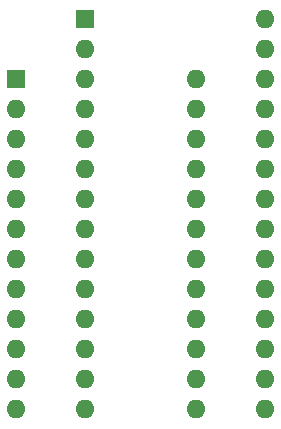
<source format=gbr>
%TF.GenerationSoftware,KiCad,Pcbnew,8.0.2*%
%TF.CreationDate,2024-05-26T11:00:14+01:00*%
%TF.ProjectId,FM16W08-3458A-Adaptor-to-AdaptorV1.0,464d3136-5730-4382-9d33-343538412d41,rev?*%
%TF.SameCoordinates,Original*%
%TF.FileFunction,Copper,L1,Top*%
%TF.FilePolarity,Positive*%
%FSLAX46Y46*%
G04 Gerber Fmt 4.6, Leading zero omitted, Abs format (unit mm)*
G04 Created by KiCad (PCBNEW 8.0.2) date 2024-05-26 11:00:14*
%MOMM*%
%LPD*%
G01*
G04 APERTURE LIST*
%TA.AperFunction,ComponentPad*%
%ADD10R,1.600000X1.600000*%
%TD*%
%TA.AperFunction,ComponentPad*%
%ADD11O,1.600000X1.600000*%
%TD*%
G04 APERTURE END LIST*
D10*
%TO.P,SOCKET2,1,NC*%
%TO.N,unconnected-(SOCKET2-NC-Pad1)*%
X115062000Y-77597000D03*
D11*
%TO.P,SOCKET2,2,A12*%
%TO.N,Net-(SOCKET1-GND)*%
X115062000Y-80137000D03*
%TO.P,SOCKET2,3,A7*%
%TO.N,Net-(SOCKET1-A7)*%
X115062000Y-82677000D03*
%TO.P,SOCKET2,4,A6*%
%TO.N,Net-(SOCKET1-A6)*%
X115062000Y-85217000D03*
%TO.P,SOCKET2,5,A5*%
%TO.N,Net-(SOCKET1-A5)*%
X115062000Y-87757000D03*
%TO.P,SOCKET2,6,A4*%
%TO.N,Net-(SOCKET1-A4)*%
X115062000Y-90297000D03*
%TO.P,SOCKET2,7,A3*%
%TO.N,Net-(SOCKET1-A3)*%
X115062000Y-92837000D03*
%TO.P,SOCKET2,8,A2*%
%TO.N,Net-(SOCKET1-A2)*%
X115062000Y-95377000D03*
%TO.P,SOCKET2,9,A1*%
%TO.N,Net-(SOCKET1-A1)*%
X115062000Y-97917000D03*
%TO.P,SOCKET2,10,A0*%
%TO.N,Net-(SOCKET1-A0)*%
X115062000Y-100457000D03*
%TO.P,SOCKET2,11,D0*%
%TO.N,Net-(SOCKET1-D0)*%
X115062000Y-102997000D03*
%TO.P,SOCKET2,12,D1*%
%TO.N,Net-(SOCKET1-D1)*%
X115062000Y-105537000D03*
%TO.P,SOCKET2,13,D2*%
%TO.N,Net-(SOCKET1-D2)*%
X115062000Y-108077000D03*
%TO.P,SOCKET2,14,GND*%
%TO.N,Net-(SOCKET1-GND)*%
X115062000Y-110617000D03*
%TO.P,SOCKET2,15,D3*%
%TO.N,Net-(SOCKET1-D3)*%
X130302000Y-110617000D03*
%TO.P,SOCKET2,16,D4*%
%TO.N,Net-(SOCKET1-D4)*%
X130302000Y-108077000D03*
%TO.P,SOCKET2,17,D5*%
%TO.N,Net-(SOCKET1-D5)*%
X130302000Y-105537000D03*
%TO.P,SOCKET2,18,D6*%
%TO.N,Net-(SOCKET1-D6)*%
X130302000Y-102997000D03*
%TO.P,SOCKET2,19,D7*%
%TO.N,Net-(SOCKET1-D7)*%
X130302000Y-100457000D03*
%TO.P,SOCKET2,20,~{CE}*%
%TO.N,Net-(SOCKET1-~{CE})*%
X130302000Y-97917000D03*
%TO.P,SOCKET2,21,A10*%
%TO.N,Net-(SOCKET1-A10)*%
X130302000Y-95377000D03*
%TO.P,SOCKET2,22,~{OE}*%
%TO.N,Net-(SOCKET1-~{OE})*%
X130302000Y-92837000D03*
%TO.P,SOCKET2,23,A11*%
%TO.N,Net-(SOCKET1-GND)*%
X130302000Y-90297000D03*
%TO.P,SOCKET2,24,A9*%
%TO.N,Net-(SOCKET1-A9)*%
X130302000Y-87757000D03*
%TO.P,SOCKET2,25,A8*%
%TO.N,Net-(SOCKET1-A8)*%
X130302000Y-85217000D03*
%TO.P,SOCKET2,26,NC*%
%TO.N,unconnected-(SOCKET2-NC-Pad26)*%
X130302000Y-82677000D03*
%TO.P,SOCKET2,27,WE*%
%TO.N,Net-(SOCKET1-~{WE})*%
X130302000Y-80137000D03*
%TO.P,SOCKET2,28,VCC*%
%TO.N,Net-(SOCKET1-VCC)*%
X130302000Y-77597000D03*
%TD*%
D10*
%TO.P,SOCKET1,1,A7*%
%TO.N,Net-(SOCKET1-A7)*%
X109215000Y-82672000D03*
D11*
%TO.P,SOCKET1,2,A6*%
%TO.N,Net-(SOCKET1-A6)*%
X109215000Y-85212000D03*
%TO.P,SOCKET1,3,A5*%
%TO.N,Net-(SOCKET1-A5)*%
X109215000Y-87752000D03*
%TO.P,SOCKET1,4,A4*%
%TO.N,Net-(SOCKET1-A4)*%
X109215000Y-90292000D03*
%TO.P,SOCKET1,5,A3*%
%TO.N,Net-(SOCKET1-A3)*%
X109215000Y-92832000D03*
%TO.P,SOCKET1,6,A2*%
%TO.N,Net-(SOCKET1-A2)*%
X109215000Y-95372000D03*
%TO.P,SOCKET1,7,A1*%
%TO.N,Net-(SOCKET1-A1)*%
X109215000Y-97912000D03*
%TO.P,SOCKET1,8,A0*%
%TO.N,Net-(SOCKET1-A0)*%
X109215000Y-100452000D03*
%TO.P,SOCKET1,9,D0*%
%TO.N,Net-(SOCKET1-D0)*%
X109215000Y-102992000D03*
%TO.P,SOCKET1,10,D1*%
%TO.N,Net-(SOCKET1-D1)*%
X109215000Y-105532000D03*
%TO.P,SOCKET1,11,D2*%
%TO.N,Net-(SOCKET1-D2)*%
X109215000Y-108072000D03*
%TO.P,SOCKET1,12,GND*%
%TO.N,Net-(SOCKET1-GND)*%
X109215000Y-110612000D03*
%TO.P,SOCKET1,13,D3*%
%TO.N,Net-(SOCKET1-D3)*%
X124455000Y-110612000D03*
%TO.P,SOCKET1,14,D4*%
%TO.N,Net-(SOCKET1-D4)*%
X124455000Y-108072000D03*
%TO.P,SOCKET1,15,D5*%
%TO.N,Net-(SOCKET1-D5)*%
X124455000Y-105532000D03*
%TO.P,SOCKET1,16,D6*%
%TO.N,Net-(SOCKET1-D6)*%
X124455000Y-102992000D03*
%TO.P,SOCKET1,17,D7*%
%TO.N,Net-(SOCKET1-D7)*%
X124455000Y-100452000D03*
%TO.P,SOCKET1,18,~{CE}*%
%TO.N,Net-(SOCKET1-~{CE})*%
X124455000Y-97912000D03*
%TO.P,SOCKET1,19,A10*%
%TO.N,Net-(SOCKET1-A10)*%
X124455000Y-95372000D03*
%TO.P,SOCKET1,20,~{OE}*%
%TO.N,Net-(SOCKET1-~{OE})*%
X124455000Y-92832000D03*
%TO.P,SOCKET1,21,~{WE}*%
%TO.N,Net-(SOCKET1-~{WE})*%
X124455000Y-90292000D03*
%TO.P,SOCKET1,22,A9*%
%TO.N,Net-(SOCKET1-A9)*%
X124455000Y-87752000D03*
%TO.P,SOCKET1,23,A8*%
%TO.N,Net-(SOCKET1-A8)*%
X124455000Y-85212000D03*
%TO.P,SOCKET1,24,VCC*%
%TO.N,Net-(SOCKET1-VCC)*%
X124455000Y-82672000D03*
%TD*%
M02*

</source>
